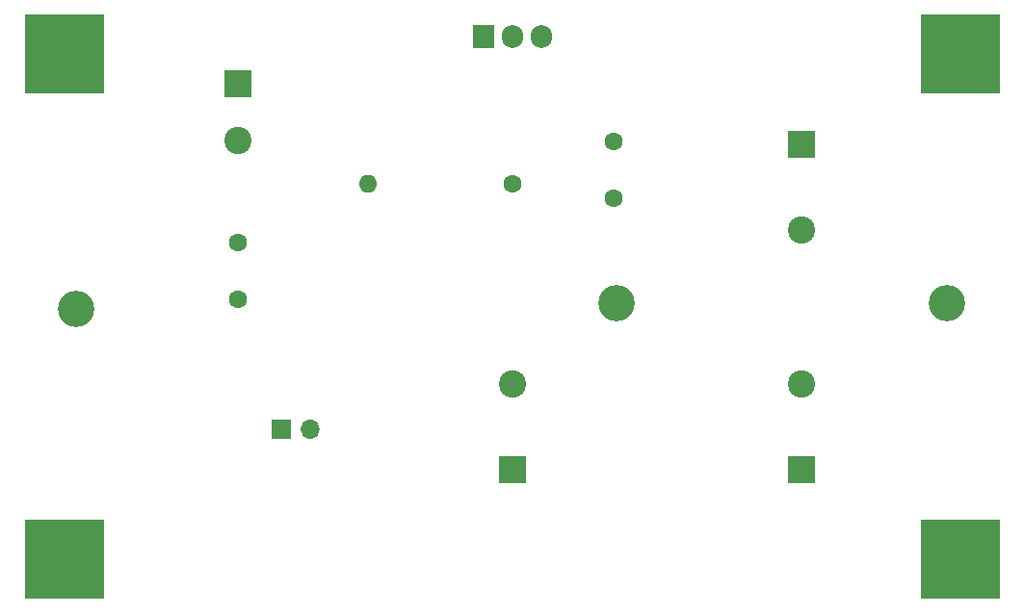
<source format=gbr>
%TF.GenerationSoftware,KiCad,Pcbnew,8.0.3*%
%TF.CreationDate,2025-06-30T13:47:58+07:00*%
%TF.ProjectId,linear supply,6c696e65-6172-4207-9375-70706c792e6b,rev?*%
%TF.SameCoordinates,Original*%
%TF.FileFunction,Soldermask,Bot*%
%TF.FilePolarity,Negative*%
%FSLAX46Y46*%
G04 Gerber Fmt 4.6, Leading zero omitted, Abs format (unit mm)*
G04 Created by KiCad (PCBNEW 8.0.3) date 2025-06-30 13:47:58*
%MOMM*%
%LPD*%
G01*
G04 APERTURE LIST*
%ADD10R,7.000000X7.000000*%
%ADD11C,1.600000*%
%ADD12C,3.200000*%
%ADD13R,1.905000X2.000000*%
%ADD14O,1.905000X2.000000*%
%ADD15R,2.400000X2.400000*%
%ADD16C,2.400000*%
%ADD17O,1.600000X1.600000*%
%ADD18R,1.700000X1.700000*%
%ADD19O,1.700000X1.700000*%
G04 APERTURE END LIST*
D10*
%TO.C,*%
X179593890Y-126676110D03*
%TD*%
D11*
%TO.C,C2*%
X116093890Y-98776110D03*
X116093890Y-103776110D03*
%TD*%
D10*
%TO.C,input -*%
X179593890Y-82226110D03*
%TD*%
D12*
%TO.C,REF\u002A\u002A*%
X149403890Y-104086110D03*
%TD*%
D10*
%TO.C,*%
X100853890Y-126676110D03*
%TD*%
D11*
%TO.C,C4*%
X149113890Y-89886110D03*
X149113890Y-94886110D03*
%TD*%
D13*
%TO.C,U1*%
X137683890Y-80631110D03*
D14*
X140223890Y-80631110D03*
X142763890Y-80631110D03*
%TD*%
D12*
%TO.C,REF\u002A\u002A*%
X101903890Y-104586110D03*
%TD*%
D15*
%TO.C,C3*%
X165623890Y-118723890D03*
D16*
X165623890Y-111223890D03*
%TD*%
D10*
%TO.C,*%
X100853890Y-82226110D03*
%TD*%
D12*
%TO.C,REF\u002A\u002A*%
X178403890Y-104086110D03*
%TD*%
D11*
%TO.C,R1*%
X140223890Y-93656110D03*
D17*
X127523890Y-93656110D03*
%TD*%
D18*
%TO.C,Pot*%
X119903890Y-115246110D03*
D19*
X122443890Y-115246110D03*
%TD*%
D15*
%TO.C,C5*%
X116093890Y-84846110D03*
D16*
X116093890Y-89846110D03*
%TD*%
D15*
%TO.C,C1*%
X140223890Y-118723890D03*
D16*
X140223890Y-111223890D03*
%TD*%
D15*
%TO.C,C6*%
X165623890Y-90178330D03*
D16*
X165623890Y-97678330D03*
%TD*%
M02*

</source>
